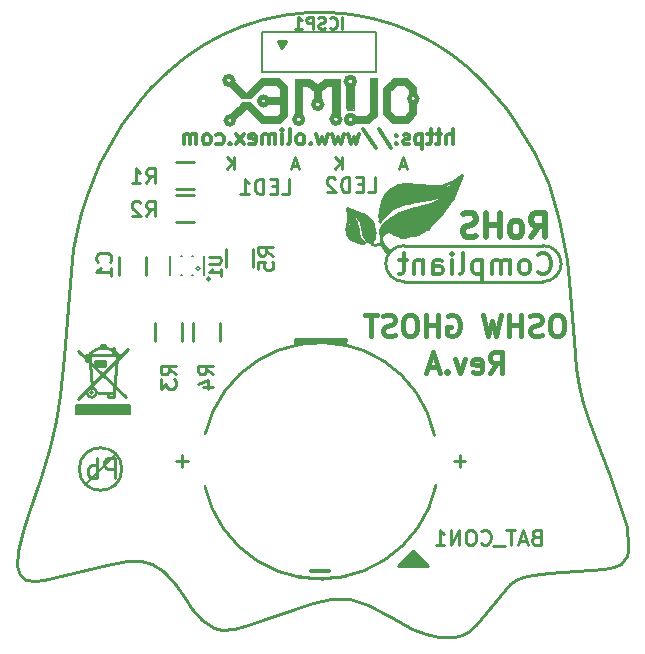
<source format=gbr>
G04 #@! TF.FileFunction,Legend,Bot*
%FSLAX46Y46*%
G04 Gerber Fmt 4.6, Leading zero omitted, Abs format (unit mm)*
G04 Created by KiCad (PCBNEW 201610121319+7306~55~ubuntu14.04.1-) date Wed Oct 19 15:16:00 2016*
%MOMM*%
%LPD*%
G01*
G04 APERTURE LIST*
%ADD10C,0.100000*%
%ADD11C,0.254000*%
%ADD12C,0.300000*%
%ADD13C,0.444500*%
%ADD14C,0.400000*%
%ADD15C,0.508000*%
%ADD16C,0.150000*%
%ADD17C,0.127000*%
%ADD18C,0.700000*%
%ADD19C,0.500000*%
%ADD20C,0.200000*%
%ADD21C,0.203200*%
%ADD22C,0.350000*%
G04 APERTURE END LIST*
D10*
D11*
X98881595Y-62816619D02*
X98881595Y-61800619D01*
X98301023Y-62816619D02*
X98736452Y-62236047D01*
X98301023Y-61800619D02*
X98881595Y-62381190D01*
X108025595Y-62816619D02*
X108025595Y-61800619D01*
X107445023Y-62816619D02*
X107880452Y-62236047D01*
X107445023Y-61800619D02*
X108025595Y-62381190D01*
X113398904Y-62526333D02*
X112915095Y-62526333D01*
X113495666Y-62816619D02*
X113157000Y-61800619D01*
X112818333Y-62816619D01*
X104254904Y-62526333D02*
X103771095Y-62526333D01*
X104351666Y-62816619D02*
X104013000Y-61800619D01*
X103674333Y-62816619D01*
D12*
X117381261Y-60709023D02*
X117381261Y-59439023D01*
X116836976Y-60709023D02*
X116836976Y-60043785D01*
X116897452Y-59922833D01*
X117018404Y-59862357D01*
X117199833Y-59862357D01*
X117320785Y-59922833D01*
X117381261Y-59983309D01*
X116413642Y-59862357D02*
X115929833Y-59862357D01*
X116232214Y-59439023D02*
X116232214Y-60527595D01*
X116171738Y-60648547D01*
X116050785Y-60709023D01*
X115929833Y-60709023D01*
X115687928Y-59862357D02*
X115204119Y-59862357D01*
X115506500Y-59439023D02*
X115506500Y-60527595D01*
X115446023Y-60648547D01*
X115325071Y-60709023D01*
X115204119Y-60709023D01*
X114780785Y-59862357D02*
X114780785Y-61132357D01*
X114780785Y-59922833D02*
X114659833Y-59862357D01*
X114417928Y-59862357D01*
X114296976Y-59922833D01*
X114236500Y-59983309D01*
X114176023Y-60104261D01*
X114176023Y-60467119D01*
X114236500Y-60588071D01*
X114296976Y-60648547D01*
X114417928Y-60709023D01*
X114659833Y-60709023D01*
X114780785Y-60648547D01*
X113692214Y-60648547D02*
X113571261Y-60709023D01*
X113329357Y-60709023D01*
X113208404Y-60648547D01*
X113147928Y-60527595D01*
X113147928Y-60467119D01*
X113208404Y-60346166D01*
X113329357Y-60285690D01*
X113510785Y-60285690D01*
X113631738Y-60225214D01*
X113692214Y-60104261D01*
X113692214Y-60043785D01*
X113631738Y-59922833D01*
X113510785Y-59862357D01*
X113329357Y-59862357D01*
X113208404Y-59922833D01*
X112603642Y-60588071D02*
X112543166Y-60648547D01*
X112603642Y-60709023D01*
X112664119Y-60648547D01*
X112603642Y-60588071D01*
X112603642Y-60709023D01*
X112603642Y-59922833D02*
X112543166Y-59983309D01*
X112603642Y-60043785D01*
X112664119Y-59983309D01*
X112603642Y-59922833D01*
X112603642Y-60043785D01*
X111091738Y-59378547D02*
X112180309Y-61011404D01*
X109761261Y-59378547D02*
X110849833Y-61011404D01*
X109458880Y-59862357D02*
X109216976Y-60709023D01*
X108975071Y-60104261D01*
X108733166Y-60709023D01*
X108491261Y-59862357D01*
X108128404Y-59862357D02*
X107886500Y-60709023D01*
X107644595Y-60104261D01*
X107402690Y-60709023D01*
X107160785Y-59862357D01*
X106797928Y-59862357D02*
X106556023Y-60709023D01*
X106314119Y-60104261D01*
X106072214Y-60709023D01*
X105830309Y-59862357D01*
X105346500Y-60588071D02*
X105286023Y-60648547D01*
X105346500Y-60709023D01*
X105406976Y-60648547D01*
X105346500Y-60588071D01*
X105346500Y-60709023D01*
X104560309Y-60709023D02*
X104681261Y-60648547D01*
X104741738Y-60588071D01*
X104802214Y-60467119D01*
X104802214Y-60104261D01*
X104741738Y-59983309D01*
X104681261Y-59922833D01*
X104560309Y-59862357D01*
X104378880Y-59862357D01*
X104257928Y-59922833D01*
X104197452Y-59983309D01*
X104136976Y-60104261D01*
X104136976Y-60467119D01*
X104197452Y-60588071D01*
X104257928Y-60648547D01*
X104378880Y-60709023D01*
X104560309Y-60709023D01*
X103411261Y-60709023D02*
X103532214Y-60648547D01*
X103592690Y-60527595D01*
X103592690Y-59439023D01*
X102927452Y-60709023D02*
X102927452Y-59862357D01*
X102927452Y-59439023D02*
X102987928Y-59499500D01*
X102927452Y-59559976D01*
X102866976Y-59499500D01*
X102927452Y-59439023D01*
X102927452Y-59559976D01*
X102322690Y-60709023D02*
X102322690Y-59862357D01*
X102322690Y-59983309D02*
X102262214Y-59922833D01*
X102141261Y-59862357D01*
X101959833Y-59862357D01*
X101838880Y-59922833D01*
X101778404Y-60043785D01*
X101778404Y-60709023D01*
X101778404Y-60043785D02*
X101717928Y-59922833D01*
X101596976Y-59862357D01*
X101415547Y-59862357D01*
X101294595Y-59922833D01*
X101234119Y-60043785D01*
X101234119Y-60709023D01*
X100145547Y-60648547D02*
X100266500Y-60709023D01*
X100508404Y-60709023D01*
X100629357Y-60648547D01*
X100689833Y-60527595D01*
X100689833Y-60043785D01*
X100629357Y-59922833D01*
X100508404Y-59862357D01*
X100266500Y-59862357D01*
X100145547Y-59922833D01*
X100085071Y-60043785D01*
X100085071Y-60164738D01*
X100689833Y-60285690D01*
X99661738Y-60709023D02*
X98996500Y-59862357D01*
X99661738Y-59862357D02*
X98996500Y-60709023D01*
X98512690Y-60588071D02*
X98452214Y-60648547D01*
X98512690Y-60709023D01*
X98573166Y-60648547D01*
X98512690Y-60588071D01*
X98512690Y-60709023D01*
X97363642Y-60648547D02*
X97484595Y-60709023D01*
X97726500Y-60709023D01*
X97847452Y-60648547D01*
X97907928Y-60588071D01*
X97968404Y-60467119D01*
X97968404Y-60104261D01*
X97907928Y-59983309D01*
X97847452Y-59922833D01*
X97726500Y-59862357D01*
X97484595Y-59862357D01*
X97363642Y-59922833D01*
X96637928Y-60709023D02*
X96758880Y-60648547D01*
X96819357Y-60588071D01*
X96879833Y-60467119D01*
X96879833Y-60104261D01*
X96819357Y-59983309D01*
X96758880Y-59922833D01*
X96637928Y-59862357D01*
X96456500Y-59862357D01*
X96335547Y-59922833D01*
X96275071Y-59983309D01*
X96214595Y-60104261D01*
X96214595Y-60467119D01*
X96275071Y-60588071D01*
X96335547Y-60648547D01*
X96456500Y-60709023D01*
X96637928Y-60709023D01*
X95670309Y-60709023D02*
X95670309Y-59862357D01*
X95670309Y-59983309D02*
X95609833Y-59922833D01*
X95488880Y-59862357D01*
X95307452Y-59862357D01*
X95186500Y-59922833D01*
X95126023Y-60043785D01*
X95126023Y-60709023D01*
X95126023Y-60043785D02*
X95065547Y-59922833D01*
X94944595Y-59862357D01*
X94763166Y-59862357D01*
X94642214Y-59922833D01*
X94581738Y-60043785D01*
X94581738Y-60709023D01*
D13*
X126407333Y-75194583D02*
X126068666Y-75194583D01*
X125899333Y-75279250D01*
X125730000Y-75448583D01*
X125645333Y-75787250D01*
X125645333Y-76379916D01*
X125730000Y-76718583D01*
X125899333Y-76887916D01*
X126068666Y-76972583D01*
X126407333Y-76972583D01*
X126576666Y-76887916D01*
X126746000Y-76718583D01*
X126830666Y-76379916D01*
X126830666Y-75787250D01*
X126746000Y-75448583D01*
X126576666Y-75279250D01*
X126407333Y-75194583D01*
X124968000Y-76887916D02*
X124714000Y-76972583D01*
X124290666Y-76972583D01*
X124121333Y-76887916D01*
X124036666Y-76803250D01*
X123952000Y-76633916D01*
X123952000Y-76464583D01*
X124036666Y-76295250D01*
X124121333Y-76210583D01*
X124290666Y-76125916D01*
X124629333Y-76041250D01*
X124798666Y-75956583D01*
X124883333Y-75871916D01*
X124968000Y-75702583D01*
X124968000Y-75533250D01*
X124883333Y-75363916D01*
X124798666Y-75279250D01*
X124629333Y-75194583D01*
X124206000Y-75194583D01*
X123952000Y-75279250D01*
X123190000Y-76972583D02*
X123190000Y-75194583D01*
X123190000Y-76041250D02*
X122174000Y-76041250D01*
X122174000Y-76972583D02*
X122174000Y-75194583D01*
X121496666Y-75194583D02*
X121073333Y-76972583D01*
X120734666Y-75702583D01*
X120396000Y-76972583D01*
X119972666Y-75194583D01*
X117009333Y-75279250D02*
X117178666Y-75194583D01*
X117432666Y-75194583D01*
X117686666Y-75279250D01*
X117856000Y-75448583D01*
X117940666Y-75617916D01*
X118025333Y-75956583D01*
X118025333Y-76210583D01*
X117940666Y-76549250D01*
X117856000Y-76718583D01*
X117686666Y-76887916D01*
X117432666Y-76972583D01*
X117263333Y-76972583D01*
X117009333Y-76887916D01*
X116924666Y-76803250D01*
X116924666Y-76210583D01*
X117263333Y-76210583D01*
X116162666Y-76972583D02*
X116162666Y-75194583D01*
X116162666Y-76041250D02*
X115146666Y-76041250D01*
X115146666Y-76972583D02*
X115146666Y-75194583D01*
X113961333Y-75194583D02*
X113622666Y-75194583D01*
X113453333Y-75279250D01*
X113284000Y-75448583D01*
X113199333Y-75787250D01*
X113199333Y-76379916D01*
X113284000Y-76718583D01*
X113453333Y-76887916D01*
X113622666Y-76972583D01*
X113961333Y-76972583D01*
X114130666Y-76887916D01*
X114300000Y-76718583D01*
X114384666Y-76379916D01*
X114384666Y-75787250D01*
X114300000Y-75448583D01*
X114130666Y-75279250D01*
X113961333Y-75194583D01*
X112522000Y-76887916D02*
X112268000Y-76972583D01*
X111844666Y-76972583D01*
X111675333Y-76887916D01*
X111590666Y-76803250D01*
X111506000Y-76633916D01*
X111506000Y-76464583D01*
X111590666Y-76295250D01*
X111675333Y-76210583D01*
X111844666Y-76125916D01*
X112183333Y-76041250D01*
X112352666Y-75956583D01*
X112437333Y-75871916D01*
X112522000Y-75702583D01*
X112522000Y-75533250D01*
X112437333Y-75363916D01*
X112352666Y-75279250D01*
X112183333Y-75194583D01*
X111760000Y-75194583D01*
X111506000Y-75279250D01*
X110998000Y-75194583D02*
X109982000Y-75194583D01*
X110490000Y-76972583D02*
X110490000Y-75194583D01*
X120565333Y-80084083D02*
X121158000Y-79237416D01*
X121581333Y-80084083D02*
X121581333Y-78306083D01*
X120904000Y-78306083D01*
X120734666Y-78390750D01*
X120650000Y-78475416D01*
X120565333Y-78644750D01*
X120565333Y-78898750D01*
X120650000Y-79068083D01*
X120734666Y-79152750D01*
X120904000Y-79237416D01*
X121581333Y-79237416D01*
X119126000Y-79999416D02*
X119295333Y-80084083D01*
X119634000Y-80084083D01*
X119803333Y-79999416D01*
X119888000Y-79830083D01*
X119888000Y-79152750D01*
X119803333Y-78983416D01*
X119634000Y-78898750D01*
X119295333Y-78898750D01*
X119126000Y-78983416D01*
X119041333Y-79152750D01*
X119041333Y-79322083D01*
X119888000Y-79491416D01*
X118448666Y-78898750D02*
X118025333Y-80084083D01*
X117602000Y-78898750D01*
X116924666Y-79914750D02*
X116840000Y-79999416D01*
X116924666Y-80084083D01*
X117009333Y-79999416D01*
X116924666Y-79914750D01*
X116924666Y-80084083D01*
X116162666Y-79576083D02*
X115316000Y-79576083D01*
X116332000Y-80084083D02*
X115739333Y-78306083D01*
X115146666Y-80084083D01*
D12*
X102933500Y-52133500D02*
X102933500Y-52362100D01*
X103212900Y-52082700D02*
X102933500Y-52539900D01*
X102628700Y-52082700D02*
X103212900Y-52082700D01*
X102908100Y-52514500D02*
X102628700Y-52082700D01*
D11*
X121843800Y-57607200D02*
X120142000Y-55626000D01*
X122580400Y-58623200D02*
X121843800Y-57607200D01*
X124231400Y-61315600D02*
X122580400Y-58623200D01*
X125399800Y-63855600D02*
X124231400Y-61315600D01*
X125577600Y-64363600D02*
X125399800Y-63855600D01*
X126390400Y-67106800D02*
X125577600Y-64363600D01*
X127025400Y-70535800D02*
X126390400Y-67106800D01*
X127228600Y-72237600D02*
X127025400Y-70535800D01*
X127635000Y-77343000D02*
X127228600Y-72237600D01*
X127838200Y-79629000D02*
X127635000Y-77343000D01*
X128066800Y-81178400D02*
X127838200Y-79629000D01*
X128397000Y-82626200D02*
X128066800Y-81178400D01*
X128879600Y-84150200D02*
X128397000Y-82626200D01*
X129387600Y-85471000D02*
X128879600Y-84150200D01*
X130683000Y-88747600D02*
X129387600Y-85471000D01*
X132105400Y-93116400D02*
X130683000Y-88747600D01*
X132156200Y-93395800D02*
X132105400Y-93116400D01*
X132207000Y-94437200D02*
X132156200Y-93395800D01*
X132207000Y-95123000D02*
X132207000Y-94437200D01*
X132105400Y-95580200D02*
X132207000Y-95123000D01*
X131622800Y-96240600D02*
X132105400Y-95580200D01*
X131038600Y-96469200D02*
X131622800Y-96240600D01*
X130200400Y-96621600D02*
X131038600Y-96469200D01*
X125552200Y-97028000D02*
X130200400Y-96621600D01*
X124180600Y-97155000D02*
X125552200Y-97028000D01*
X123317000Y-97307400D02*
X124180600Y-97155000D01*
X122732800Y-97561400D02*
X123317000Y-97307400D01*
X122250200Y-97917000D02*
X122732800Y-97561400D01*
X119329200Y-101371400D02*
X122250200Y-97917000D01*
X118643400Y-101981000D02*
X119329200Y-101371400D01*
X118135400Y-102260400D02*
X118643400Y-101981000D01*
X117551200Y-102412800D02*
X118135400Y-102260400D01*
X117221000Y-102412800D02*
X117551200Y-102412800D01*
X116179600Y-102412800D02*
X117221000Y-102412800D01*
X115112800Y-102184200D02*
X116179600Y-102412800D01*
X113944400Y-101701600D02*
X115112800Y-102184200D01*
X112141000Y-100685600D02*
X113944400Y-101701600D01*
X110185200Y-99720400D02*
X112141000Y-100685600D01*
X108686600Y-99237800D02*
X110185200Y-99720400D01*
X107086400Y-99212400D02*
X108686600Y-99237800D01*
X105511600Y-99517200D02*
X107086400Y-99212400D01*
X99796600Y-101523800D02*
X105511600Y-99517200D01*
X98831400Y-101752400D02*
X99796600Y-101523800D01*
X97866200Y-101828600D02*
X98831400Y-101752400D01*
X97129600Y-101650800D02*
X97866200Y-101828600D01*
X96164400Y-100939600D02*
X97129600Y-101650800D01*
X95300800Y-100025200D02*
X96164400Y-100939600D01*
X94691200Y-99110800D02*
X95300800Y-100025200D01*
X93903800Y-98018600D02*
X94691200Y-99110800D01*
X93091000Y-97078800D02*
X93903800Y-98018600D01*
X92811600Y-96799400D02*
X93091000Y-97078800D01*
X91922600Y-96215200D02*
X92811600Y-96799400D01*
X90957400Y-95986600D02*
X91922600Y-96215200D01*
X89763600Y-95986600D02*
X90957400Y-95986600D01*
X88087200Y-96291400D02*
X89763600Y-95986600D01*
X82753200Y-97586800D02*
X88087200Y-96291400D01*
X82042000Y-97688400D02*
X82753200Y-97586800D01*
X81229200Y-97561400D02*
X82042000Y-97688400D01*
X80721200Y-97205800D02*
X81229200Y-97561400D01*
X80467200Y-96393000D02*
X80721200Y-97205800D01*
X80568800Y-95097600D02*
X80467200Y-96393000D01*
X80949800Y-93421200D02*
X80568800Y-95097600D01*
X81407000Y-92049600D02*
X80949800Y-93421200D01*
X82473800Y-88849200D02*
X81407000Y-92049600D01*
X83235800Y-86334600D02*
X82473800Y-88849200D01*
X83769200Y-84150200D02*
X83235800Y-86334600D01*
X84150200Y-81965800D02*
X83769200Y-84150200D01*
X84328000Y-80289400D02*
X84150200Y-81965800D01*
X84480400Y-78740000D02*
X84328000Y-80289400D01*
X85013800Y-71424800D02*
X84480400Y-78740000D01*
X85242400Y-69570600D02*
X85013800Y-71424800D01*
X85521800Y-67945000D02*
X85242400Y-69570600D01*
X85877400Y-66522600D02*
X85521800Y-67945000D01*
X86385400Y-64973200D02*
X85877400Y-66522600D01*
X87426800Y-62382400D02*
X86385400Y-64973200D01*
X89281000Y-59080400D02*
X87426800Y-62382400D01*
X90932000Y-56972200D02*
X89281000Y-59080400D01*
X91770200Y-55930800D02*
X90932000Y-56972200D01*
X93218000Y-54584600D02*
X91770200Y-55930800D01*
X120142000Y-55626000D02*
G75*
G03X93218000Y-54610000I-13970000J-12954000D01*
G01*
X96418400Y-85217000D02*
G75*
G02X108458000Y-77749400I9753600J-2286000D01*
G01*
X115951000Y-89611200D02*
G75*
G02X104063800Y-97282000I-9779000J2108200D01*
G01*
X108356400Y-97282000D02*
G75*
G02X96393000Y-89687400I-2184400J9779000D01*
G01*
D14*
X104122000Y-77303000D02*
X108222000Y-77303000D01*
D11*
X104114600Y-77647800D02*
G75*
G02X115824000Y-85344000I2006600J-9702800D01*
G01*
D12*
X104063800Y-77266800D02*
X104063800Y-77647800D01*
X108280200Y-77266800D02*
X108280200Y-77647800D01*
X108102400Y-77241400D02*
X108102400Y-77622400D01*
X104241600Y-77241400D02*
X104241600Y-77622400D01*
D11*
X113792000Y-95377000D02*
X114300000Y-95377000D01*
X113538000Y-95631000D02*
X114554000Y-95631000D01*
X113284000Y-95885000D02*
X114808000Y-95885000D01*
X113030000Y-96139000D02*
X115062000Y-96139000D01*
X114046000Y-95123000D02*
X112776000Y-96393000D01*
X112776000Y-96393000D02*
X115316000Y-96393000D01*
X115316000Y-96393000D02*
X114046000Y-95123000D01*
X110680056Y-68286871D02*
G75*
G02X110426500Y-68897500I-865696J1511D01*
G01*
X109233520Y-66791680D02*
G75*
G02X109740700Y-67823080I-991420J-1127920D01*
G01*
X110150840Y-68927546D02*
G75*
G02X109740700Y-67830700I1118940J1043506D01*
G01*
X110428288Y-69026291D02*
G75*
G02X110124240Y-68900040I752J431051D01*
G01*
X109861840Y-69020113D02*
G75*
G02X109359700Y-68224400I709440J1003993D01*
G01*
X108980295Y-66885566D02*
G75*
G02X109334300Y-67876420I-1408755J-1061974D01*
G01*
X109513427Y-69025803D02*
G75*
G02X109313980Y-69001640I-1327J824263D01*
G01*
X109311997Y-69000953D02*
G75*
G02X108732320Y-68727320I205183J1185493D01*
G01*
X108708446Y-68705474D02*
G75*
G02X108394500Y-67947540I757934J757934D01*
G01*
X108394783Y-67947987D02*
G75*
G02X108465620Y-67579240I992857J447D01*
G01*
X108529648Y-66644636D02*
G75*
G02X108465620Y-67579240I-1478808J-368184D01*
G01*
X109831500Y-66666011D02*
G75*
G02X110553500Y-67310000I-601340J-1400909D01*
G01*
X110607294Y-67405821D02*
G75*
G02X110807500Y-68160900I-1323794J-755079D01*
G01*
X110809374Y-68161401D02*
G75*
G02X110723680Y-68605400I-1195674J501D01*
G01*
X110853220Y-69280112D02*
G75*
G02X110561120Y-69159120I0J413092D01*
G01*
X111210634Y-69130454D02*
G75*
G02X110853220Y-69278500I-357414J357414D01*
G01*
X111583758Y-69296210D02*
G75*
G02X111315500Y-68643500I653762J650170D01*
G01*
X111821478Y-69913780D02*
G75*
G02X111315500Y-68689220I1228842J1224560D01*
G01*
X115385879Y-65374686D02*
G75*
G02X114043460Y-65590420I-1812319J6992786D01*
G01*
X112261630Y-66164434D02*
G75*
G02X113525300Y-65664080I2134890J-3545866D01*
G01*
X111195141Y-67242265D02*
G75*
G02X112250220Y-66172080I3831299J-2722035D01*
G01*
X111314655Y-68516569D02*
G75*
G02X111434880Y-67579240I762845J378529D01*
G01*
X111605973Y-67390656D02*
G75*
G02X114160300Y-66121280I3654147J-4148444D01*
G01*
X116497041Y-65310278D02*
G75*
G02X114470180Y-66060320I-2631381J3997218D01*
G01*
X111763049Y-69602059D02*
G75*
G02X111315500Y-68516500I1086611J1083019D01*
G01*
X111189260Y-66864743D02*
G75*
G02X111249460Y-66187320I3049780J70363D01*
G01*
X111396236Y-65584085D02*
G75*
G02X113446560Y-64071500I2144304J-760715D01*
G01*
X117310452Y-63927022D02*
G75*
G02X115595400Y-64267080I-1268012J1900222D01*
G01*
X115284433Y-67850513D02*
G75*
G02X113418620Y-68516500I-1738813J1924813D01*
G01*
X117304964Y-65430947D02*
G75*
G02X115323620Y-67812920I-8344044J4925607D01*
G01*
X111592360Y-68239640D02*
G75*
G02X112311180Y-68242180I358140J-360680D01*
G01*
X112903000Y-68518566D02*
G75*
G02X112364520Y-68295520I0J761526D01*
G01*
X113220500Y-72326500D02*
G75*
G02X111696500Y-70802500I0J1524000D01*
G01*
X126555500Y-70802500D02*
G75*
G02X125031500Y-72326500I-1524000J0D01*
G01*
X125031500Y-69278500D02*
G75*
G02X126555500Y-70802500I0J-1524000D01*
G01*
X111696500Y-70802500D02*
G75*
G02X113220500Y-69278500I1524000J0D01*
G01*
X109664500Y-68897500D02*
X109156500Y-68897500D01*
X109537500Y-68770500D02*
X108902500Y-68770500D01*
X109410500Y-68643500D02*
X108775500Y-68643500D01*
X109410500Y-68516500D02*
X108648500Y-68516500D01*
X109359700Y-68389500D02*
X108521500Y-68389500D01*
X109283500Y-68262500D02*
X108521500Y-68262500D01*
X109283500Y-68135500D02*
X108521500Y-68135500D01*
X109283500Y-68008500D02*
X108521500Y-68008500D01*
X109283500Y-67881500D02*
X108521500Y-67881500D01*
X109283500Y-67754500D02*
X108521500Y-67754500D01*
X109283500Y-67627500D02*
X108521500Y-67627500D01*
X109283500Y-67500500D02*
X108648500Y-67500500D01*
X109156500Y-67373500D02*
X108648500Y-67373500D01*
X109156500Y-67246500D02*
X108648500Y-67246500D01*
X108775500Y-66738500D02*
X108775500Y-67246500D01*
X108902500Y-66738500D02*
X108902500Y-67246500D01*
X109029500Y-66357500D02*
X108521500Y-66357500D01*
X109156500Y-66484500D02*
X108521500Y-66484500D01*
X109410500Y-66611500D02*
X108648500Y-66611500D01*
X108902500Y-66738500D02*
X109791500Y-66738500D01*
X108775500Y-66738500D02*
X108902500Y-66738500D01*
X108648500Y-66738500D02*
X108775500Y-66738500D01*
X109410500Y-66865500D02*
X109918500Y-66865500D01*
X109537500Y-66992500D02*
X110172500Y-66992500D01*
X109537500Y-67119500D02*
X110299500Y-67119500D01*
X109664500Y-67246500D02*
X110426500Y-67246500D01*
X109664500Y-67373500D02*
X110553500Y-67373500D01*
X109791500Y-67500500D02*
X110553500Y-67500500D01*
X109791500Y-67627500D02*
X110553500Y-67627500D01*
X109791500Y-67754500D02*
X110680500Y-67754500D01*
X109791500Y-67881500D02*
X110680500Y-67881500D01*
X110553500Y-68643500D02*
X110045500Y-68643500D01*
X110553500Y-68516500D02*
X109918500Y-68516500D01*
X110680500Y-68389500D02*
X109918500Y-68389500D01*
X110680500Y-68262500D02*
X109918500Y-68262500D01*
X110553500Y-68135500D02*
X109918500Y-68135500D01*
X110045500Y-68008500D02*
X110045500Y-68516500D01*
X109791500Y-68008500D02*
X110299500Y-68897500D01*
X110045500Y-68008500D02*
X109791500Y-68008500D01*
X110426500Y-68008500D02*
X110045500Y-68008500D01*
X110553500Y-68643500D02*
X110553500Y-68770500D01*
X110553500Y-68516500D02*
X110553500Y-68643500D01*
X110553500Y-68135500D02*
X110553500Y-68516500D01*
X110553500Y-68008500D02*
X110553500Y-68135500D01*
X110426500Y-68008500D02*
X110426500Y-68643500D01*
X110553500Y-68008500D02*
X110426500Y-68008500D01*
X110680500Y-68008500D02*
X110553500Y-68008500D01*
X110680500Y-68262500D02*
X110680500Y-68008500D01*
X110680500Y-68285360D02*
X110680500Y-68262500D01*
X109740700Y-67830700D02*
X109740700Y-67823080D01*
X110124240Y-68900040D02*
X110152180Y-68927980D01*
D15*
X113474500Y-67500500D02*
X114744500Y-67246500D01*
X113093500Y-67627500D02*
X113474500Y-67500500D01*
X112966500Y-67500500D02*
X113093500Y-67627500D01*
X112966500Y-67373500D02*
X112966500Y-67500500D01*
X113474500Y-67119500D02*
X112966500Y-67373500D01*
X113728500Y-67119500D02*
X113474500Y-67119500D01*
X114744500Y-66865500D02*
X113728500Y-67119500D01*
X115252500Y-66865500D02*
X114744500Y-66865500D01*
X115379500Y-66992500D02*
X115252500Y-66865500D01*
X115252500Y-67119500D02*
X115379500Y-66992500D01*
X114617500Y-67627500D02*
X115252500Y-67119500D01*
X114109500Y-67754500D02*
X114617500Y-67627500D01*
X113728500Y-67881500D02*
X114109500Y-67754500D01*
X113093500Y-67881500D02*
X113728500Y-67881500D01*
X112712500Y-67754500D02*
X113093500Y-67881500D01*
X112458500Y-67754500D02*
X112712500Y-67754500D01*
X112331500Y-67500500D02*
X112458500Y-67754500D01*
X112458500Y-67373500D02*
X112331500Y-67500500D01*
X113093500Y-66865500D02*
X112458500Y-67373500D01*
X114109500Y-66611500D02*
X113093500Y-66865500D01*
X115252500Y-66484500D02*
X114109500Y-66611500D01*
X115379500Y-66484500D02*
X115252500Y-66484500D01*
X115506500Y-66611500D02*
X115379500Y-66484500D01*
X116268500Y-65976500D02*
X115506500Y-66611500D01*
X115633500Y-65976500D02*
X116395500Y-65595500D01*
X114896900Y-66230500D02*
X115633500Y-65976500D01*
X114287300Y-66230500D02*
X114896900Y-66230500D01*
X112890300Y-66713100D02*
X114287300Y-66230500D01*
X112204500Y-67119500D02*
X112890300Y-66713100D01*
X111696500Y-67627500D02*
X112204500Y-67119500D01*
X111442500Y-68135500D02*
X111696500Y-67627500D01*
X111696500Y-67881500D02*
X111442500Y-68135500D01*
X112077500Y-67754500D02*
X111696500Y-67881500D01*
X112839500Y-68262500D02*
X112077500Y-67754500D01*
X113728500Y-68262500D02*
X112839500Y-68262500D01*
X114617500Y-68008500D02*
X113728500Y-68262500D01*
X115125500Y-67627500D02*
X114617500Y-68008500D01*
X116014500Y-66738500D02*
X115125500Y-67627500D01*
X116268500Y-66357500D02*
X116014500Y-66738500D01*
X116649500Y-65849500D02*
X116268500Y-66357500D01*
X116779040Y-65341500D02*
X117157500Y-64455040D01*
X116779040Y-65722500D02*
X116779040Y-65341500D01*
X117157500Y-65214500D02*
X116779040Y-65722500D01*
X117284500Y-64706500D02*
X117157500Y-65214500D01*
X117792500Y-63817500D02*
X117284500Y-64706500D01*
X112204500Y-65341500D02*
X113855500Y-65341500D01*
X112331500Y-64960500D02*
X117284500Y-64884300D01*
X112331500Y-65214500D02*
X112331500Y-64960500D01*
X112331500Y-64706500D02*
X112331500Y-64960500D01*
X116903500Y-64706500D02*
X112331500Y-64706500D01*
X116395500Y-64833500D02*
X116903500Y-64706500D01*
X115125500Y-65214500D02*
X116395500Y-64833500D01*
X113982500Y-65341500D02*
X115125500Y-65214500D01*
X113855500Y-65341500D02*
X113982500Y-65341500D01*
X113347500Y-65341500D02*
X113855500Y-65341500D01*
X112712500Y-65722500D02*
X113347500Y-65341500D01*
X112331500Y-65214500D02*
X111950500Y-65722500D01*
X112585500Y-65722500D02*
X112331500Y-65214500D01*
X111950500Y-66103500D02*
X112585500Y-65722500D01*
X111442500Y-66738500D02*
X111950500Y-66103500D01*
X111569500Y-65722500D02*
X111442500Y-66738500D01*
X111823500Y-65214500D02*
X111569500Y-65722500D01*
X112331500Y-64706500D02*
X111823500Y-65214500D01*
X112966500Y-64325500D02*
X112331500Y-64706500D01*
X114617500Y-64325500D02*
X112966500Y-64325500D01*
X115633500Y-64455040D02*
X114617500Y-64325500D01*
X116779040Y-64455040D02*
X115633500Y-64455040D01*
D11*
X117792500Y-63817500D02*
X116779040Y-64455040D01*
X109334300Y-67833240D02*
X109359700Y-68224400D01*
X110413800Y-69024500D02*
X110426500Y-69024500D01*
X109512100Y-69024500D02*
X109867700Y-69024500D01*
X108709460Y-68704460D02*
X108732320Y-68727320D01*
X108394500Y-66103500D02*
X108529120Y-66641980D01*
X109410500Y-66484500D02*
X108394500Y-66103500D01*
X109832140Y-66664840D02*
X109410500Y-66484500D01*
X110606840Y-67403980D02*
X110553500Y-67310000D01*
X110426500Y-69024500D02*
X110723680Y-68605400D01*
X110561120Y-69159120D02*
X110426500Y-69024500D01*
X111315500Y-69024500D02*
X111211360Y-69131180D01*
X112077500Y-69786500D02*
X111587280Y-69296280D01*
X111315500Y-68689220D02*
X111315500Y-68643500D01*
X111950500Y-69913500D02*
X111442500Y-69151500D01*
X115392200Y-65374520D02*
X116779040Y-64960500D01*
X113525300Y-65664080D02*
X114043460Y-65590420D01*
X112250220Y-66172080D02*
X112257840Y-66167000D01*
X111191040Y-67246500D02*
X111193580Y-67243960D01*
X111605060Y-67391280D02*
X111434880Y-67579240D01*
X114470180Y-66060320D02*
X114160300Y-66121280D01*
X116779040Y-64960500D02*
X116497100Y-65308480D01*
X111950500Y-69786500D02*
X111765080Y-69601080D01*
X111292640Y-68470780D02*
X111315500Y-68516500D01*
X111191040Y-66865500D02*
X111191040Y-67246500D01*
X111396780Y-65587880D02*
X111249460Y-66187320D01*
X115595400Y-64267080D02*
X113446560Y-64071500D01*
X118173500Y-63309500D02*
X117312440Y-63929260D01*
X113418620Y-68516500D02*
X112903000Y-68516500D01*
X115323620Y-67812920D02*
X115288060Y-67848480D01*
X118173500Y-63309500D02*
X117307360Y-65425320D01*
X111592360Y-68242180D02*
X111315500Y-68516500D01*
X112364520Y-68295520D02*
X112311180Y-68242180D01*
X125031500Y-72326500D02*
X113220500Y-72326500D01*
X113220500Y-69278500D02*
X125031500Y-69278500D01*
D16*
X85486500Y-82817500D02*
X85486500Y-83579500D01*
X90058500Y-82817500D02*
X85486500Y-82817500D01*
X90058500Y-83579500D02*
X90058500Y-82817500D01*
X85486500Y-83579500D02*
X90058500Y-83579500D01*
X85537300Y-82868300D02*
X89956900Y-82868300D01*
X90007700Y-82969900D02*
X85537300Y-82969900D01*
X85537300Y-83122300D02*
X89956900Y-83122300D01*
X85537300Y-83274700D02*
X89956900Y-83274700D01*
X90007700Y-83020700D02*
X85588100Y-83020700D01*
X90007700Y-83173100D02*
X85537300Y-83173100D01*
X85588100Y-83376300D02*
X89956900Y-83376300D01*
X90007700Y-83477900D02*
X85588100Y-83477900D01*
D11*
X89852500Y-78041500D02*
X85661500Y-82232500D01*
X89725500Y-82105500D02*
X85661500Y-78168500D01*
X88709500Y-81724500D02*
X87312500Y-81724500D01*
X88709500Y-81724500D02*
X88963500Y-78676500D01*
X89217500Y-78549500D02*
X86296500Y-78549500D01*
X88201500Y-82105500D02*
X88201500Y-81851500D01*
X88709500Y-82105500D02*
X88201500Y-82105500D01*
X88709500Y-81724500D02*
X88709500Y-82105500D01*
X86804500Y-81216500D02*
X86677500Y-79184500D01*
X87206109Y-81724500D02*
G75*
G03X87206109Y-81724500I-401609J0D01*
G01*
X88582500Y-77914500D02*
X88582500Y-78422500D01*
X88709500Y-77914500D02*
X88582500Y-77914500D01*
X88709500Y-78422500D02*
X88709500Y-77914500D01*
X86296500Y-79057500D02*
X86296500Y-78549500D01*
X86677500Y-79057500D02*
X86296500Y-79057500D01*
X86677500Y-78549500D02*
X86677500Y-79057500D01*
X86550500Y-78676500D02*
X86550500Y-78803500D01*
X86550500Y-78549500D02*
X86423500Y-78930500D01*
X86550500Y-78676500D02*
X86550500Y-78803500D01*
X86423500Y-78676500D02*
X86423500Y-79057500D01*
X86550500Y-78676500D02*
X86423500Y-78676500D01*
X86550500Y-79057500D02*
X86550500Y-78676500D01*
X87947500Y-79438500D02*
X87947500Y-79057500D01*
X87058500Y-79438500D02*
X87947500Y-79438500D01*
X87058500Y-79057500D02*
X87058500Y-79438500D01*
X87947500Y-79057500D02*
X87058500Y-79057500D01*
X87820500Y-79184500D02*
X87185500Y-79184500D01*
X87566500Y-77660500D02*
X87947500Y-77660500D01*
X87566500Y-77787500D02*
X87566500Y-77660500D01*
X87947500Y-77787500D02*
X87566500Y-77787500D01*
X87947500Y-77660500D02*
X87947500Y-77787500D01*
X86677500Y-78422500D02*
G75*
G02X88963500Y-78422500I1143000J-1143000D01*
G01*
D17*
X86931500Y-81724500D02*
G75*
G03X86931500Y-81724500I-127000J0D01*
G01*
D14*
X114370747Y-56832500D02*
G75*
G03X114370747Y-56832500I-337447J0D01*
G01*
D18*
X114046000Y-56057800D02*
X113538000Y-55549800D01*
X112445800Y-55473600D02*
X111810800Y-56083200D01*
X111836200Y-58039000D02*
X112395000Y-58623200D01*
X110210600Y-58635900D02*
X110667800Y-58178700D01*
X109224800Y-58635900D02*
X110210600Y-58635900D01*
D14*
X109078324Y-58610500D02*
G75*
G03X109078324Y-58610500I-366324J0D01*
G01*
D18*
X108712000Y-55918100D02*
X108712000Y-57518300D01*
D14*
X109072818Y-55384700D02*
G75*
G03X109072818Y-55384700I-373518J0D01*
G01*
X107839759Y-58585100D02*
G75*
G03X107839759Y-58585100I-359659J0D01*
G01*
D18*
X107492800Y-58077100D02*
X107492800Y-55486300D01*
X107492800Y-55486300D02*
X106654600Y-55486300D01*
X106654600Y-55486300D02*
X106045000Y-55994300D01*
X105943400Y-56781700D02*
X105943400Y-56070500D01*
X105867200Y-55994300D02*
X105232200Y-55486300D01*
D14*
X106314318Y-57315100D02*
G75*
G03X106314318Y-57315100I-370918J0D01*
G01*
D18*
X105232200Y-55486300D02*
X104343200Y-55486300D01*
D14*
X104693729Y-58597800D02*
G75*
G03X104693729Y-58597800I-363229J0D01*
G01*
X98830666Y-58686700D02*
G75*
G03X98830666Y-58686700I-329466J0D01*
G01*
D18*
X98831400Y-58331100D02*
X99669600Y-57518300D01*
D19*
X100177600Y-57416700D02*
X99644200Y-57416700D01*
D18*
X101320600Y-58635900D02*
X100177600Y-57518300D01*
X102641400Y-58635900D02*
X101320600Y-58635900D01*
X103073200Y-58204100D02*
X102641400Y-58635900D01*
X103073200Y-55968900D02*
X103073200Y-58204100D01*
X103073200Y-55943500D02*
X102590600Y-55435500D01*
X102542500Y-55460900D02*
X101320600Y-55460900D01*
X101320600Y-55460900D02*
X100228400Y-56527700D01*
D19*
X100203000Y-56642000D02*
X99644200Y-56642000D01*
D18*
X98780600Y-55651400D02*
X99644200Y-56545100D01*
D14*
X98771735Y-55295800D02*
G75*
G03X98771735Y-55295800I-359435J0D01*
G01*
D18*
X101854000Y-57035700D02*
X103073200Y-57035700D01*
D14*
X101705659Y-57035700D02*
G75*
G03X101705659Y-57035700I-359659J0D01*
G01*
D18*
X113474500Y-58648600D02*
X112433100Y-58648600D01*
X114033300Y-58089800D02*
X114033300Y-57327800D01*
X114046000Y-58077100D02*
X113461800Y-58648600D01*
X114046000Y-56108600D02*
X114046000Y-56349900D01*
X111823500Y-56070500D02*
X111823500Y-58000900D01*
X112445800Y-55460900D02*
X113449100Y-55460900D01*
X104330500Y-55473600D02*
X104330500Y-58077100D01*
X110667800Y-58191400D02*
X110667800Y-55460900D01*
D10*
X110667800Y-55118000D02*
X110947200Y-55118000D01*
X110972600Y-55118000D02*
X110972600Y-58267600D01*
X110959900Y-55118000D02*
X110972600Y-55118000D01*
X110947200Y-55118000D02*
X110959900Y-55118000D01*
X110832900Y-55206900D02*
X110896400Y-55194200D01*
X110350300Y-55118000D02*
X110350300Y-58153300D01*
X110655100Y-55118000D02*
X110350300Y-55118000D01*
X110528100Y-55194200D02*
X110413800Y-55194200D01*
X109029500Y-55803800D02*
X109029500Y-57823100D01*
X108394500Y-57823100D02*
X108394500Y-55803800D01*
X108419900Y-57823100D02*
X108394500Y-57823100D01*
X109029500Y-57823100D02*
X108419900Y-57823100D01*
X108889800Y-57759600D02*
X108953300Y-57759600D01*
X108546900Y-57759600D02*
X108458000Y-57759600D01*
X107810300Y-58166000D02*
X107810300Y-55181500D01*
X106565700Y-55168800D02*
X105981500Y-55651400D01*
X107810300Y-55168800D02*
X106565700Y-55168800D01*
X107657900Y-55232300D02*
X107734100Y-55232300D01*
X104000300Y-58191400D02*
X104000300Y-55181500D01*
X105321100Y-55168800D02*
X105943400Y-55664100D01*
X105295700Y-55168800D02*
X105321100Y-55168800D01*
X104000300Y-55168800D02*
X105295700Y-55168800D01*
X104000300Y-55181500D02*
X104000300Y-55168800D01*
X104152700Y-55245000D02*
X104051100Y-55245000D01*
X101206300Y-55130700D02*
X99949000Y-56375300D01*
X101257100Y-55130700D02*
X101206300Y-55130700D01*
X102628700Y-55130700D02*
X101257100Y-55130700D01*
D11*
X89356037Y-88198960D02*
G75*
G03X89356037Y-88198960I-1802237J0D01*
G01*
D20*
X86393020Y-89362280D02*
X88826340Y-86941660D01*
D11*
X91440000Y-71755000D02*
X91440000Y-70231000D01*
X89154000Y-71755000D02*
X89154000Y-70231000D01*
D16*
X101195000Y-54594000D02*
X110895000Y-54594000D01*
X110895000Y-54594000D02*
X110895000Y-51194000D01*
X110895000Y-51194000D02*
X101195000Y-51194000D01*
X101195000Y-51194000D02*
X101195000Y-54594000D01*
D11*
X95504000Y-62230000D02*
X93980000Y-62230000D01*
X95504000Y-64516000D02*
X93980000Y-64516000D01*
X95504000Y-67310000D02*
X93980000Y-67310000D01*
X95504000Y-65024000D02*
X93980000Y-65024000D01*
X94488000Y-77343000D02*
X94488000Y-75819000D01*
X92202000Y-77343000D02*
X92202000Y-75819000D01*
X95377000Y-77343000D02*
X95377000Y-75819000D01*
X97663000Y-77343000D02*
X97663000Y-75819000D01*
X100457000Y-71120000D02*
X100457000Y-69596000D01*
X98171000Y-71120000D02*
X98171000Y-69596000D01*
D16*
X96854213Y-72119515D02*
G75*
G03X96854213Y-72119515I-158053J0D01*
G01*
D21*
X93460200Y-70171335D02*
X93460200Y-71791855D01*
X96305000Y-71791855D02*
X96305000Y-70171335D01*
X95309320Y-71791855D02*
X95403300Y-71791855D01*
X94361900Y-71791855D02*
X94455880Y-71791855D01*
X95309320Y-70173875D02*
X95403300Y-70173875D01*
X94361900Y-70173875D02*
X94455880Y-70173875D01*
D16*
X95965213Y-71230515D02*
G75*
G03X95965213Y-71230515I-158053J0D01*
G01*
D11*
X124387428Y-93952785D02*
X124206000Y-94013261D01*
X124145523Y-94073738D01*
X124085047Y-94194690D01*
X124085047Y-94376119D01*
X124145523Y-94497071D01*
X124206000Y-94557547D01*
X124326952Y-94618023D01*
X124810761Y-94618023D01*
X124810761Y-93348023D01*
X124387428Y-93348023D01*
X124266476Y-93408500D01*
X124206000Y-93468976D01*
X124145523Y-93589928D01*
X124145523Y-93710880D01*
X124206000Y-93831833D01*
X124266476Y-93892309D01*
X124387428Y-93952785D01*
X124810761Y-93952785D01*
X123601238Y-94255166D02*
X122996476Y-94255166D01*
X123722190Y-94618023D02*
X123298857Y-93348023D01*
X122875523Y-94618023D01*
X122633619Y-93348023D02*
X121907904Y-93348023D01*
X122270761Y-94618023D02*
X122270761Y-93348023D01*
X121786952Y-94738976D02*
X120819333Y-94738976D01*
X119791238Y-94497071D02*
X119851714Y-94557547D01*
X120033142Y-94618023D01*
X120154095Y-94618023D01*
X120335523Y-94557547D01*
X120456476Y-94436595D01*
X120516952Y-94315642D01*
X120577428Y-94073738D01*
X120577428Y-93892309D01*
X120516952Y-93650404D01*
X120456476Y-93529452D01*
X120335523Y-93408500D01*
X120154095Y-93348023D01*
X120033142Y-93348023D01*
X119851714Y-93408500D01*
X119791238Y-93468976D01*
X119005047Y-93348023D02*
X118763142Y-93348023D01*
X118642190Y-93408500D01*
X118521238Y-93529452D01*
X118460761Y-93771357D01*
X118460761Y-94194690D01*
X118521238Y-94436595D01*
X118642190Y-94557547D01*
X118763142Y-94618023D01*
X119005047Y-94618023D01*
X119126000Y-94557547D01*
X119246952Y-94436595D01*
X119307428Y-94194690D01*
X119307428Y-93771357D01*
X119246952Y-93529452D01*
X119126000Y-93408500D01*
X119005047Y-93348023D01*
X117916476Y-94618023D02*
X117916476Y-93348023D01*
X117190761Y-94618023D01*
X117190761Y-93348023D01*
X115920761Y-94618023D02*
X116646476Y-94618023D01*
X116283619Y-94618023D02*
X116283619Y-93348023D01*
X116404571Y-93529452D01*
X116525523Y-93650404D01*
X116646476Y-93710880D01*
X94453857Y-87007761D02*
X94453857Y-87998238D01*
X94949095Y-87503000D02*
X93958619Y-87503000D01*
X117948857Y-87007761D02*
X117948857Y-87998238D01*
X118444095Y-87503000D02*
X117453619Y-87503000D01*
D12*
X106933904Y-96789857D02*
X105410095Y-96789857D01*
D22*
X124588693Y-71488300D02*
X124673360Y-71572966D01*
X124927360Y-71657633D01*
X125096693Y-71657633D01*
X125350693Y-71572966D01*
X125520026Y-71403633D01*
X125604693Y-71234300D01*
X125689360Y-70895633D01*
X125689360Y-70641633D01*
X125604693Y-70302966D01*
X125520026Y-70133633D01*
X125350693Y-69964300D01*
X125096693Y-69879633D01*
X124927360Y-69879633D01*
X124673360Y-69964300D01*
X124588693Y-70048966D01*
X123572693Y-71657633D02*
X123742026Y-71572966D01*
X123826693Y-71488300D01*
X123911360Y-71318966D01*
X123911360Y-70810966D01*
X123826693Y-70641633D01*
X123742026Y-70556966D01*
X123572693Y-70472300D01*
X123318693Y-70472300D01*
X123149360Y-70556966D01*
X123064693Y-70641633D01*
X122980026Y-70810966D01*
X122980026Y-71318966D01*
X123064693Y-71488300D01*
X123149360Y-71572966D01*
X123318693Y-71657633D01*
X123572693Y-71657633D01*
X122218026Y-71657633D02*
X122218026Y-70472300D01*
X122218026Y-70641633D02*
X122133360Y-70556966D01*
X121964026Y-70472300D01*
X121710026Y-70472300D01*
X121540693Y-70556966D01*
X121456026Y-70726300D01*
X121456026Y-71657633D01*
X121456026Y-70726300D02*
X121371360Y-70556966D01*
X121202026Y-70472300D01*
X120948026Y-70472300D01*
X120778693Y-70556966D01*
X120694026Y-70726300D01*
X120694026Y-71657633D01*
X119847360Y-70472300D02*
X119847360Y-72250300D01*
X119847360Y-70556966D02*
X119678026Y-70472300D01*
X119339360Y-70472300D01*
X119170026Y-70556966D01*
X119085360Y-70641633D01*
X119000693Y-70810966D01*
X119000693Y-71318966D01*
X119085360Y-71488300D01*
X119170026Y-71572966D01*
X119339360Y-71657633D01*
X119678026Y-71657633D01*
X119847360Y-71572966D01*
X117984693Y-71657633D02*
X118154026Y-71572966D01*
X118238693Y-71403633D01*
X118238693Y-69879633D01*
X117307360Y-71657633D02*
X117307360Y-70472300D01*
X117307360Y-69879633D02*
X117392026Y-69964300D01*
X117307360Y-70048966D01*
X117222693Y-69964300D01*
X117307360Y-69879633D01*
X117307360Y-70048966D01*
X115698693Y-71657633D02*
X115698693Y-70726300D01*
X115783360Y-70556966D01*
X115952693Y-70472300D01*
X116291360Y-70472300D01*
X116460693Y-70556966D01*
X115698693Y-71572966D02*
X115868026Y-71657633D01*
X116291360Y-71657633D01*
X116460693Y-71572966D01*
X116545360Y-71403633D01*
X116545360Y-71234300D01*
X116460693Y-71064966D01*
X116291360Y-70980300D01*
X115868026Y-70980300D01*
X115698693Y-70895633D01*
X114852026Y-70472300D02*
X114852026Y-71657633D01*
X114852026Y-70641633D02*
X114767360Y-70556966D01*
X114598026Y-70472300D01*
X114344026Y-70472300D01*
X114174693Y-70556966D01*
X114090026Y-70726300D01*
X114090026Y-71657633D01*
X113497360Y-70472300D02*
X112820026Y-70472300D01*
X113243360Y-69879633D02*
X113243360Y-71403633D01*
X113158693Y-71572966D01*
X112989360Y-71657633D01*
X112820026Y-71657633D01*
D19*
X124010134Y-68552581D02*
X124676800Y-67600200D01*
X125152991Y-68552581D02*
X125152991Y-66552581D01*
X124391086Y-66552581D01*
X124200610Y-66647820D01*
X124105372Y-66743058D01*
X124010134Y-66933534D01*
X124010134Y-67219248D01*
X124105372Y-67409724D01*
X124200610Y-67504962D01*
X124391086Y-67600200D01*
X125152991Y-67600200D01*
X122867277Y-68552581D02*
X123057753Y-68457343D01*
X123152991Y-68362105D01*
X123248229Y-68171629D01*
X123248229Y-67600200D01*
X123152991Y-67409724D01*
X123057753Y-67314486D01*
X122867277Y-67219248D01*
X122581562Y-67219248D01*
X122391086Y-67314486D01*
X122295848Y-67409724D01*
X122200610Y-67600200D01*
X122200610Y-68171629D01*
X122295848Y-68362105D01*
X122391086Y-68457343D01*
X122581562Y-68552581D01*
X122867277Y-68552581D01*
X121343467Y-68552581D02*
X121343467Y-66552581D01*
X121343467Y-67504962D02*
X120200610Y-67504962D01*
X120200610Y-68552581D02*
X120200610Y-66552581D01*
X119343467Y-68457343D02*
X119057753Y-68552581D01*
X118581562Y-68552581D01*
X118391086Y-68457343D01*
X118295848Y-68362105D01*
X118200610Y-68171629D01*
X118200610Y-67981153D01*
X118295848Y-67790677D01*
X118391086Y-67695439D01*
X118581562Y-67600200D01*
X118962515Y-67504962D01*
X119152991Y-67409724D01*
X119248229Y-67314486D01*
X119343467Y-67124010D01*
X119343467Y-66933534D01*
X119248229Y-66743058D01*
X119152991Y-66647820D01*
X118962515Y-66552581D01*
X118486324Y-66552581D01*
X118200610Y-66647820D01*
D11*
X88742068Y-88988327D02*
X88742068Y-87288327D01*
X88170640Y-87288327D01*
X88027782Y-87369280D01*
X87956354Y-87450232D01*
X87884925Y-87612137D01*
X87884925Y-87854994D01*
X87956354Y-88016899D01*
X88027782Y-88097851D01*
X88170640Y-88178803D01*
X88742068Y-88178803D01*
X87242068Y-88988327D02*
X87242068Y-87288327D01*
X87242068Y-87935946D02*
X87099211Y-87854994D01*
X86813497Y-87854994D01*
X86670640Y-87935946D01*
X86599211Y-88016899D01*
X86527782Y-88178803D01*
X86527782Y-88664518D01*
X86599211Y-88826422D01*
X86670640Y-88907375D01*
X86813497Y-88988327D01*
X87099211Y-88988327D01*
X87242068Y-88907375D01*
X88337571Y-70654333D02*
X88398047Y-70593857D01*
X88458523Y-70412428D01*
X88458523Y-70291476D01*
X88398047Y-70110047D01*
X88277095Y-69989095D01*
X88156142Y-69928619D01*
X87914238Y-69868142D01*
X87732809Y-69868142D01*
X87490904Y-69928619D01*
X87369952Y-69989095D01*
X87249000Y-70110047D01*
X87188523Y-70291476D01*
X87188523Y-70412428D01*
X87249000Y-70593857D01*
X87309476Y-70654333D01*
X88458523Y-71863857D02*
X88458523Y-71138142D01*
X88458523Y-71501000D02*
X87188523Y-71501000D01*
X87369952Y-71380047D01*
X87490904Y-71259095D01*
X87551380Y-71138142D01*
X108028619Y-50942119D02*
X108028619Y-49926119D01*
X106964238Y-50845357D02*
X107012619Y-50893738D01*
X107157761Y-50942119D01*
X107254523Y-50942119D01*
X107399666Y-50893738D01*
X107496428Y-50796976D01*
X107544809Y-50700214D01*
X107593190Y-50506690D01*
X107593190Y-50361547D01*
X107544809Y-50168023D01*
X107496428Y-50071261D01*
X107399666Y-49974500D01*
X107254523Y-49926119D01*
X107157761Y-49926119D01*
X107012619Y-49974500D01*
X106964238Y-50022880D01*
X106577190Y-50893738D02*
X106432047Y-50942119D01*
X106190142Y-50942119D01*
X106093380Y-50893738D01*
X106045000Y-50845357D01*
X105996619Y-50748595D01*
X105996619Y-50651833D01*
X106045000Y-50555071D01*
X106093380Y-50506690D01*
X106190142Y-50458309D01*
X106383666Y-50409928D01*
X106480428Y-50361547D01*
X106528809Y-50313166D01*
X106577190Y-50216404D01*
X106577190Y-50119642D01*
X106528809Y-50022880D01*
X106480428Y-49974500D01*
X106383666Y-49926119D01*
X106141761Y-49926119D01*
X105996619Y-49974500D01*
X105561190Y-50942119D02*
X105561190Y-49926119D01*
X105174142Y-49926119D01*
X105077380Y-49974500D01*
X105029000Y-50022880D01*
X104980619Y-50119642D01*
X104980619Y-50264785D01*
X105029000Y-50361547D01*
X105077380Y-50409928D01*
X105174142Y-50458309D01*
X105561190Y-50458309D01*
X104013000Y-50942119D02*
X104593571Y-50942119D01*
X104303285Y-50942119D02*
X104303285Y-49926119D01*
X104400047Y-50071261D01*
X104496809Y-50168023D01*
X104593571Y-50216404D01*
X102894190Y-64900023D02*
X103498952Y-64900023D01*
X103498952Y-63630023D01*
X102470857Y-64234785D02*
X102047523Y-64234785D01*
X101866095Y-64900023D02*
X102470857Y-64900023D01*
X102470857Y-63630023D01*
X101866095Y-63630023D01*
X101321809Y-64900023D02*
X101321809Y-63630023D01*
X101019428Y-63630023D01*
X100838000Y-63690500D01*
X100717047Y-63811452D01*
X100656571Y-63932404D01*
X100596095Y-64174309D01*
X100596095Y-64355738D01*
X100656571Y-64597642D01*
X100717047Y-64718595D01*
X100838000Y-64839547D01*
X101019428Y-64900023D01*
X101321809Y-64900023D01*
X99386571Y-64900023D02*
X100112285Y-64900023D01*
X99749428Y-64900023D02*
X99749428Y-63630023D01*
X99870380Y-63811452D01*
X99991333Y-63932404D01*
X100112285Y-63992880D01*
X110196690Y-64773023D02*
X110801452Y-64773023D01*
X110801452Y-63503023D01*
X109773357Y-64107785D02*
X109350023Y-64107785D01*
X109168595Y-64773023D02*
X109773357Y-64773023D01*
X109773357Y-63503023D01*
X109168595Y-63503023D01*
X108624309Y-64773023D02*
X108624309Y-63503023D01*
X108321928Y-63503023D01*
X108140500Y-63563500D01*
X108019547Y-63684452D01*
X107959071Y-63805404D01*
X107898595Y-64047309D01*
X107898595Y-64228738D01*
X107959071Y-64470642D01*
X108019547Y-64591595D01*
X108140500Y-64712547D01*
X108321928Y-64773023D01*
X108624309Y-64773023D01*
X107414785Y-63623976D02*
X107354309Y-63563500D01*
X107233357Y-63503023D01*
X106930976Y-63503023D01*
X106810023Y-63563500D01*
X106749547Y-63623976D01*
X106689071Y-63744928D01*
X106689071Y-63865880D01*
X106749547Y-64047309D01*
X107475261Y-64773023D01*
X106689071Y-64773023D01*
X91397666Y-64011023D02*
X91821000Y-63406261D01*
X92123380Y-64011023D02*
X92123380Y-62741023D01*
X91639571Y-62741023D01*
X91518619Y-62801500D01*
X91458142Y-62861976D01*
X91397666Y-62982928D01*
X91397666Y-63164357D01*
X91458142Y-63285309D01*
X91518619Y-63345785D01*
X91639571Y-63406261D01*
X92123380Y-63406261D01*
X90188142Y-64011023D02*
X90913857Y-64011023D01*
X90551000Y-64011023D02*
X90551000Y-62741023D01*
X90671952Y-62922452D01*
X90792904Y-63043404D01*
X90913857Y-63103880D01*
X91397666Y-66805023D02*
X91821000Y-66200261D01*
X92123380Y-66805023D02*
X92123380Y-65535023D01*
X91639571Y-65535023D01*
X91518619Y-65595500D01*
X91458142Y-65655976D01*
X91397666Y-65776928D01*
X91397666Y-65958357D01*
X91458142Y-66079309D01*
X91518619Y-66139785D01*
X91639571Y-66200261D01*
X92123380Y-66200261D01*
X90913857Y-65655976D02*
X90853380Y-65595500D01*
X90732428Y-65535023D01*
X90430047Y-65535023D01*
X90309095Y-65595500D01*
X90248619Y-65655976D01*
X90188142Y-65776928D01*
X90188142Y-65897880D01*
X90248619Y-66079309D01*
X90974333Y-66805023D01*
X90188142Y-66805023D01*
X93919523Y-80179333D02*
X93314761Y-79756000D01*
X93919523Y-79453619D02*
X92649523Y-79453619D01*
X92649523Y-79937428D01*
X92710000Y-80058380D01*
X92770476Y-80118857D01*
X92891428Y-80179333D01*
X93072857Y-80179333D01*
X93193809Y-80118857D01*
X93254285Y-80058380D01*
X93314761Y-79937428D01*
X93314761Y-79453619D01*
X92649523Y-80602666D02*
X92649523Y-81388857D01*
X93133333Y-80965523D01*
X93133333Y-81146952D01*
X93193809Y-81267904D01*
X93254285Y-81328380D01*
X93375238Y-81388857D01*
X93677619Y-81388857D01*
X93798571Y-81328380D01*
X93859047Y-81267904D01*
X93919523Y-81146952D01*
X93919523Y-80784095D01*
X93859047Y-80663142D01*
X93798571Y-80602666D01*
X97094523Y-80179333D02*
X96489761Y-79756000D01*
X97094523Y-79453619D02*
X95824523Y-79453619D01*
X95824523Y-79937428D01*
X95885000Y-80058380D01*
X95945476Y-80118857D01*
X96066428Y-80179333D01*
X96247857Y-80179333D01*
X96368809Y-80118857D01*
X96429285Y-80058380D01*
X96489761Y-79937428D01*
X96489761Y-79453619D01*
X96247857Y-81267904D02*
X97094523Y-81267904D01*
X95764047Y-80965523D02*
X96671190Y-80663142D01*
X96671190Y-81449333D01*
X102174523Y-70146333D02*
X101569761Y-69723000D01*
X102174523Y-69420619D02*
X100904523Y-69420619D01*
X100904523Y-69904428D01*
X100965000Y-70025380D01*
X101025476Y-70085857D01*
X101146428Y-70146333D01*
X101327857Y-70146333D01*
X101448809Y-70085857D01*
X101509285Y-70025380D01*
X101569761Y-69904428D01*
X101569761Y-69420619D01*
X100904523Y-71295380D02*
X100904523Y-70690619D01*
X101509285Y-70630142D01*
X101448809Y-70690619D01*
X101388333Y-70811571D01*
X101388333Y-71113952D01*
X101448809Y-71234904D01*
X101509285Y-71295380D01*
X101630238Y-71355857D01*
X101932619Y-71355857D01*
X102053571Y-71295380D01*
X102114047Y-71234904D01*
X102174523Y-71113952D01*
X102174523Y-70811571D01*
X102114047Y-70690619D01*
X102053571Y-70630142D01*
X96725619Y-70218904D02*
X97548095Y-70218904D01*
X97644857Y-70267285D01*
X97693238Y-70315666D01*
X97741619Y-70412428D01*
X97741619Y-70605952D01*
X97693238Y-70702714D01*
X97644857Y-70751095D01*
X97548095Y-70799476D01*
X96725619Y-70799476D01*
X97741619Y-71815476D02*
X97741619Y-71234904D01*
X97741619Y-71525190D02*
X96725619Y-71525190D01*
X96870761Y-71428428D01*
X96967523Y-71331666D01*
X97015904Y-71234904D01*
D16*
M02*

</source>
